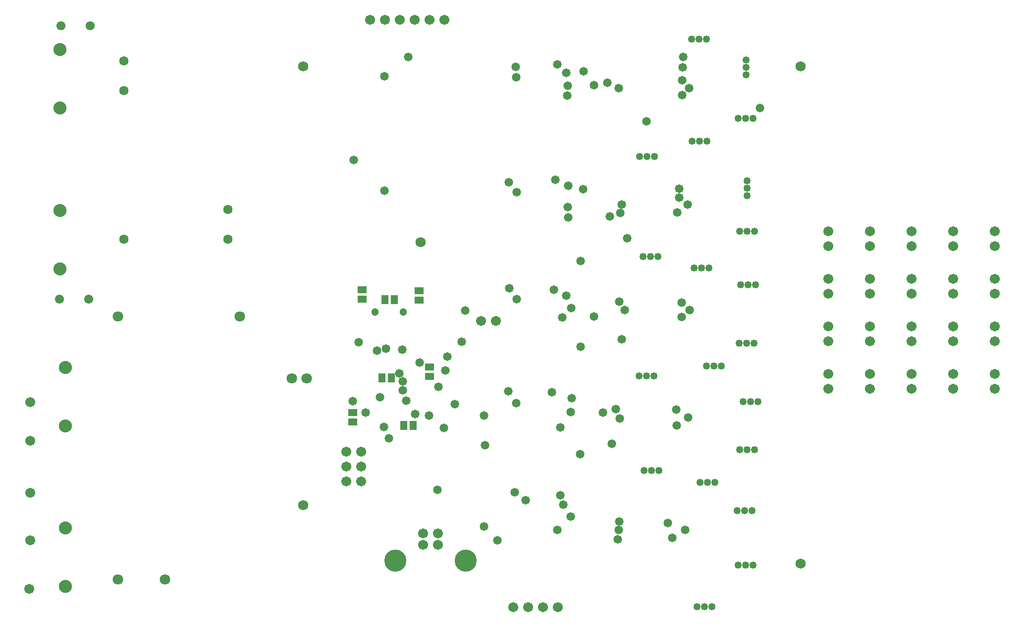
<source format=gbs>
G04*
G04 #@! TF.GenerationSoftware,Altium Limited,Altium Designer,20.0.10 (225)*
G04*
G04 Layer_Color=16711935*
%FSLAX24Y24*%
%MOIN*%
G70*
G01*
G75*
%ADD31R,0.0592X0.0474*%
%ADD33R,0.0474X0.0592*%
%ADD41C,0.0671*%
%ADD42C,0.0680*%
%ADD43C,0.0611*%
%ADD44C,0.0493*%
%ADD45C,0.0880*%
%ADD46C,0.0631*%
%ADD47C,0.0710*%
%ADD48C,0.0513*%
%ADD49C,0.1486*%
%ADD50C,0.0580*%
G54D31*
X23010Y13490D02*
D03*
Y14120D02*
D03*
X28190Y17190D02*
D03*
Y16560D02*
D03*
X27470Y22320D02*
D03*
Y21690D02*
D03*
X23650Y22370D02*
D03*
Y21740D02*
D03*
G54D33*
X27060Y13230D02*
D03*
X26430D02*
D03*
X25185Y21700D02*
D03*
X25815D02*
D03*
X25605Y16450D02*
D03*
X24975D02*
D03*
G54D41*
X36820Y1020D02*
D03*
X35820D02*
D03*
X34820D02*
D03*
X33820D02*
D03*
X29165Y40551D02*
D03*
X28165D02*
D03*
X27165D02*
D03*
X26165D02*
D03*
X25165D02*
D03*
X24165D02*
D03*
X1300Y8700D02*
D03*
X22570Y11490D02*
D03*
X23570D02*
D03*
X22570Y10490D02*
D03*
X23570D02*
D03*
X22570Y9490D02*
D03*
X23570D02*
D03*
X55000Y15700D02*
D03*
Y16700D02*
D03*
X57800Y15700D02*
D03*
Y16700D02*
D03*
X60600Y15700D02*
D03*
Y16700D02*
D03*
X63400Y15700D02*
D03*
Y16700D02*
D03*
X66200Y15700D02*
D03*
Y16700D02*
D03*
Y18900D02*
D03*
Y19900D02*
D03*
X63400Y18900D02*
D03*
Y19900D02*
D03*
X60600Y18900D02*
D03*
Y19900D02*
D03*
X57800Y18900D02*
D03*
Y19900D02*
D03*
X55000Y18900D02*
D03*
Y19900D02*
D03*
Y22100D02*
D03*
Y23100D02*
D03*
X57800Y22100D02*
D03*
Y23100D02*
D03*
X60600Y22100D02*
D03*
Y23100D02*
D03*
X63400Y22100D02*
D03*
Y23100D02*
D03*
X66200Y25300D02*
D03*
Y26300D02*
D03*
X63400Y25300D02*
D03*
Y26300D02*
D03*
X60600Y25300D02*
D03*
Y26300D02*
D03*
X57800Y25300D02*
D03*
Y26300D02*
D03*
X55000Y25300D02*
D03*
Y26300D02*
D03*
X1300Y14800D02*
D03*
Y12200D02*
D03*
Y5500D02*
D03*
X1250Y2250D02*
D03*
X66200Y23100D02*
D03*
Y22100D02*
D03*
X31630Y20290D02*
D03*
X32630D02*
D03*
X28732Y5207D02*
D03*
X27748D02*
D03*
Y5994D02*
D03*
X28732D02*
D03*
G54D42*
X27559Y25591D02*
D03*
X19685Y37402D02*
D03*
Y7874D02*
D03*
X53150Y3937D02*
D03*
Y37402D02*
D03*
G54D43*
X3260Y21740D02*
D03*
X5228Y21740D02*
D03*
X3366Y40150D02*
D03*
X5334Y40150D02*
D03*
G54D44*
X47390Y9410D02*
D03*
X46890D02*
D03*
X46390D02*
D03*
X46832Y32395D02*
D03*
X46332D02*
D03*
X45832D02*
D03*
X50270Y14860D02*
D03*
X49770D02*
D03*
X49270D02*
D03*
X50010Y18770D02*
D03*
X49510D02*
D03*
X49010D02*
D03*
X47820Y17250D02*
D03*
X47320D02*
D03*
X46820D02*
D03*
X50050Y26310D02*
D03*
X49550D02*
D03*
X49050D02*
D03*
X43542Y24625D02*
D03*
X43042D02*
D03*
X42542D02*
D03*
X43602Y10215D02*
D03*
X43102D02*
D03*
X42602D02*
D03*
X50110Y22700D02*
D03*
X49610D02*
D03*
X49110D02*
D03*
X45802Y39255D02*
D03*
X46302D02*
D03*
X46802D02*
D03*
X49472Y37832D02*
D03*
Y37332D02*
D03*
Y36832D02*
D03*
X48950Y33910D02*
D03*
X49450D02*
D03*
X49950D02*
D03*
X42290Y16590D02*
D03*
X42790D02*
D03*
X43290D02*
D03*
X49040Y11620D02*
D03*
X49540D02*
D03*
X50040D02*
D03*
X42300Y31330D02*
D03*
X42800D02*
D03*
X43300D02*
D03*
X49552Y29705D02*
D03*
Y29205D02*
D03*
Y28705D02*
D03*
X46190Y1060D02*
D03*
X46690D02*
D03*
X47190D02*
D03*
X48880Y7510D02*
D03*
X49380D02*
D03*
X49880D02*
D03*
X48930Y3860D02*
D03*
X49430D02*
D03*
X49930D02*
D03*
X45972Y23845D02*
D03*
X46472D02*
D03*
X46972D02*
D03*
G54D45*
X3686Y2396D02*
D03*
Y6333D02*
D03*
Y13223D02*
D03*
Y17160D02*
D03*
X3300Y38547D02*
D03*
Y34610D02*
D03*
Y27720D02*
D03*
Y23783D02*
D03*
G54D46*
X7620Y37790D02*
D03*
Y35790D02*
D03*
Y25790D02*
D03*
X14620D02*
D03*
Y27790D02*
D03*
G54D47*
X15410Y20590D02*
D03*
X7221D02*
D03*
Y2873D02*
D03*
X10371D02*
D03*
X18909Y16403D02*
D03*
X19909D02*
D03*
G54D48*
X26423Y20893D02*
D03*
X24501D02*
D03*
G54D49*
X25870Y4140D02*
D03*
X30610D02*
D03*
G54D50*
X39240Y20580D02*
D03*
X38350Y18550D02*
D03*
X38320Y11300D02*
D03*
X41460Y25830D02*
D03*
X40430Y12000D02*
D03*
X41120Y19040D02*
D03*
X31900Y11910D02*
D03*
X31850Y13910D02*
D03*
X26750Y38050D02*
D03*
X25140Y36750D02*
D03*
X25100Y13150D02*
D03*
X23420Y18831D02*
D03*
X25140Y29030D02*
D03*
X23869Y14109D02*
D03*
X24850Y15150D02*
D03*
X50421Y34618D02*
D03*
X25430Y12380D02*
D03*
X25240Y18400D02*
D03*
X24650Y18290D02*
D03*
X45370Y6215D02*
D03*
X44500Y5690D02*
D03*
X44211Y6695D02*
D03*
X32730Y5500D02*
D03*
X36780Y6220D02*
D03*
X29870Y14690D02*
D03*
X44790Y14310D02*
D03*
X45570Y13785D02*
D03*
X38550Y37070D02*
D03*
X45647Y35945D02*
D03*
X40140Y36310D02*
D03*
X45180Y35465D02*
D03*
Y36490D02*
D03*
X45200Y37340D02*
D03*
X38500Y29160D02*
D03*
X44830Y27580D02*
D03*
X45531Y28105D02*
D03*
X41123Y28110D02*
D03*
X41013Y27540D02*
D03*
X44990Y29165D02*
D03*
X44980Y28585D02*
D03*
X38350Y24300D02*
D03*
X45150Y21500D02*
D03*
X45662Y21000D02*
D03*
X30350Y18880D02*
D03*
X29360Y17890D02*
D03*
X28765Y15845D02*
D03*
X26380Y16210D02*
D03*
X26137Y16737D02*
D03*
X23060Y31120D02*
D03*
X26600Y14920D02*
D03*
X26370Y15620D02*
D03*
X27520Y17490D02*
D03*
X31850Y6450D02*
D03*
X28140Y13920D02*
D03*
X29142Y13082D02*
D03*
X34640Y8200D02*
D03*
X33920Y8760D02*
D03*
X28695Y8910D02*
D03*
X27210Y14010D02*
D03*
X30590Y20970D02*
D03*
X26350Y18330D02*
D03*
X23010Y14880D02*
D03*
X37700Y21150D02*
D03*
X34040Y28930D02*
D03*
X33510Y29620D02*
D03*
X34040Y21750D02*
D03*
X33530Y22480D02*
D03*
X33490Y15540D02*
D03*
X33990Y37370D02*
D03*
X34020Y36680D02*
D03*
X29250Y16930D02*
D03*
X34020Y14760D02*
D03*
X42790Y33700D02*
D03*
X40895Y35945D02*
D03*
X41315Y21025D02*
D03*
X40930Y21590D02*
D03*
X45130Y20540D02*
D03*
X44820Y13240D02*
D03*
X40963Y13717D02*
D03*
X40846Y5595D02*
D03*
X40905Y6215D02*
D03*
X40942Y6794D02*
D03*
X37672Y7108D02*
D03*
X37160Y7920D02*
D03*
X36980Y8530D02*
D03*
X39830Y14110D02*
D03*
X37662Y14148D02*
D03*
X40710Y14330D02*
D03*
X36970Y13110D02*
D03*
X37730Y15080D02*
D03*
X36398Y15478D02*
D03*
X37106Y20510D02*
D03*
X37390Y21970D02*
D03*
X36550Y22380D02*
D03*
X40310Y27320D02*
D03*
X37520Y27250D02*
D03*
X37480Y27940D02*
D03*
X37520Y29370D02*
D03*
X36640Y29780D02*
D03*
X39247Y36147D02*
D03*
X37430Y35460D02*
D03*
X37463Y36103D02*
D03*
X37380Y36970D02*
D03*
X36760Y37540D02*
D03*
X45240Y38060D02*
D03*
M02*

</source>
